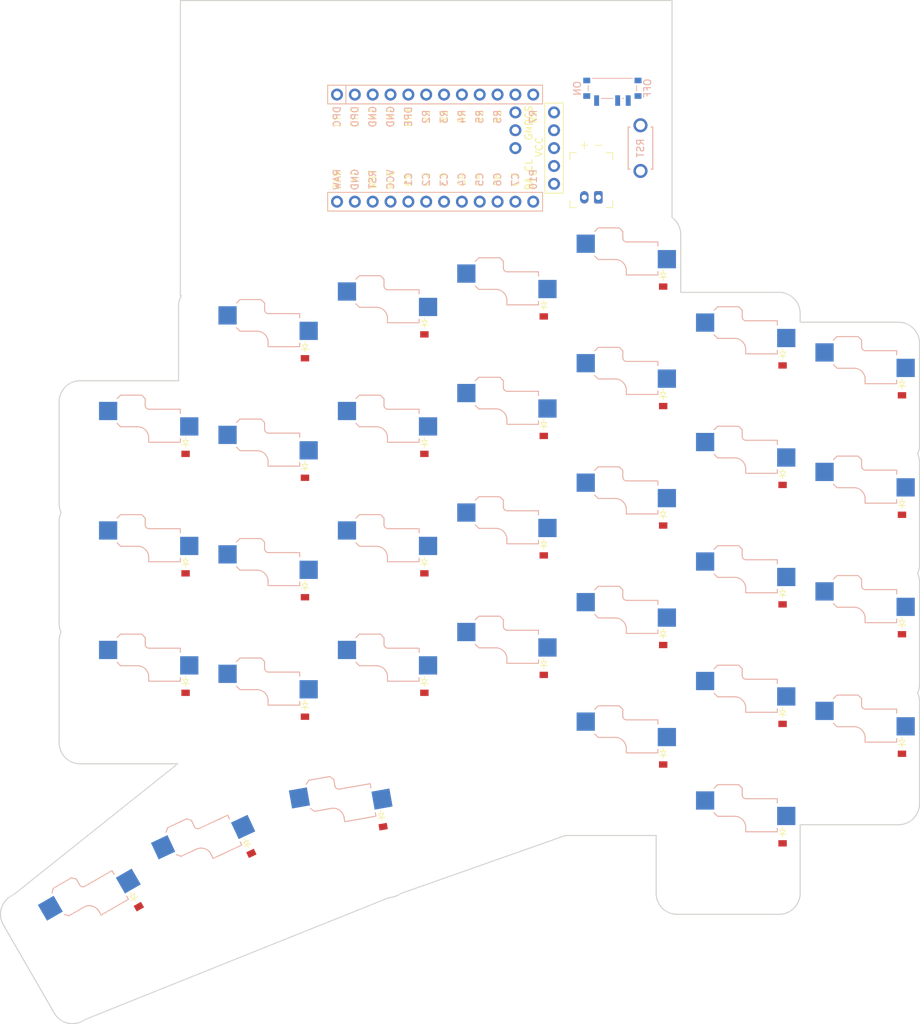
<source format=kicad_pcb>
(kicad_pcb (version 20240108) (generator "ergogen") (generator_version "4.1.0")
  (title_block (title "right_pcb") (date "2025-06-28") (rev "v0.2") (company "Happily-Coding"))
  (layers (0 "F.Cu" signal) (31 "B.Cu" signal) (34 "B.Paste" user) (35 "F.Paste" user) (36 "B.SilkS" user "B.Silkscreen") (37 "F.SilkS" user "F.Silkscreen") (38 "B.Mask" user) (39 "F.Mask" user) (44 "Edge.Cuts" user))
  (net 0 "")
  (net 1 "mirror_col1_row4")
  (net 2 "C1")
  (net 3 "GND")
  (net 4 "D1")
  (net 5 "D2")
  (net 6 "mirror_col1_row3")
  (net 7 "mirror_col1_row2")
  (net 8 "mirror_col1_row1")
  (net 9 "mirror_col2_row5")
  (net 10 "C2")
  (net 11 "mirror_col2_row4")
  (net 12 "mirror_col2_row3")
  (net 13 "mirror_col2_row2")
  (net 14 "mirror_col2_row1")
  (net 15 "mirror_col3_row5")
  (net 16 "C3")
  (net 17 "mirror_col3_row4")
  (net 18 "mirror_col3_row3")
  (net 19 "mirror_col3_row2")
  (net 20 "mirror_col3_row1")
  (net 21 "mirror_col4_row4")
  (net 22 "C4")
  (net 23 "mirror_col4_row3")
  (net 24 "mirror_col4_row2")
  (net 25 "mirror_col4_row1")
  (net 26 "mirror_col5_row4")
  (net 27 "C5")
  (net 28 "mirror_col5_row3")
  (net 29 "mirror_col5_row2")
  (net 30 "mirror_col5_row1")
  (net 31 "mirror_col6_row4")
  (net 32 "C6")
  (net 33 "mirror_col6_row3")
  (net 34 "mirror_col6_row2")
  (net 35 "mirror_col6_row1")
  (net 36 "mirror_col7_row4")
  (net 37 "C7")
  (net 38 "mirror_col7_row3")
  (net 39 "mirror_col7_row2")
  (net 40 "mirror_col1_thumb_row_1")
  (net 41 "col_index")
  (net 42 "mirror_col2_thumb_row_1")
  (net 43 "col_inner")
  (net 44 "mirror_col3_thumb_row_1")
  (net 45 "col_extra_inner")
  (net 46 "R4")
  (net 47 "R3")
  (net 48 "R2")
  (net 49 "R1")
  (net 50 "R5")
  (net 51 "RAW")
  (net 52 "RST")
  (net 53 "VCC")
  (net 54 "P10")
  (net 55 "DPC")
  (net 56 "DPD")
  (net 57 "DPE")
  (net 58 "R6")
  (net 59 "R7")
  (net 60 "P101")
  (net 61 "P102")
  (net 62 "P107")
  (net 63 "MCU1_24")
  (net 64 "MCU1_1")
  (net 65 "MCU1_23")
  (net 66 "MCU1_2")
  (net 67 "MCU1_22")
  (net 68 "MCU1_3")
  (net 69 "MCU1_21")
  (net 70 "MCU1_4")
  (net 71 "MCU1_20")
  (net 72 "MCU1_5")
  (net 73 "MCU1_19")
  (net 74 "MCU1_6")
  (net 75 "MCU1_18")
  (net 76 "MCU1_7")
  (net 77 "MCU1_17")
  (net 78 "MCU1_8")
  (net 79 "MCU1_16")
  (net 80 "MCU1_9")
  (net 81 "MCU1_15")
  (net 82 "MCU1_10")
  (net 83 "MCU1_14")
  (net 84 "MCU1_11")
  (net 85 "MCU1_13")
  (net 86 "MCU1_12")
  (net 87 "DISP1_1")
  (net 88 "DISP1_2")
  (net 89 "DISP1_4")
  (net 90 "DISP1_5")
  (net 91 "BAT_P")
  (net 92 "JST1_1")
  (net 93 "JST1_2")
  (footprint "ceoloide:switch_choc_v1_v2" (layer "B.Cu") (at 305 133 0)
    (property "Reference" "S1" hide)
    (pad "" np_thru_hole circle (at 0 0 0) (size 3.4 3.4) (drill 3.4) (layers "*.Cu" "*.Mask"))
    (pad "" np_thru_hole circle (at 5.5 0 0) (size 1.9 1.9) (drill 1.9) (layers "*.Cu" "*.Mask"))
    (pad "" np_thru_hole circle (at -5.5 0 0) (size 1.9 1.9) (drill 1.9) (layers "*.Cu" "*.Mask"))
    (pad "" np_thru_hole circle (at 0 -5.95 0) (size 3 3) (drill 3) (layers "*.Cu" "*.Mask"))
    (pad "1" smd rect (at -3.275 -5.95 0) (size 2.6 2.6) (layers "B.Cu" "B.Paste" "B.Mask") (net 1 "mirror_col1_row4"))
    (pad "2" smd rect (at 8.275 -3.75 0) (size 2.6 2.6) (layers "B.Cu" "B.Paste" "B.Mask") (net 2 "C1"))
    (pad "" np_thru_hole circle (at 5 -3.75 195) (size 3 3) (drill 3) (layers "*.Cu" "*.Mask"))
  )
  (footprint "ceoloide:switch_choc_v1_v2" (layer "B.Cu") (at 305 116 0)
    (property "Reference" "S2" hide)
    (pad "" np_thru_hole circle (at 0 0 0) (size 3.4 3.4) (drill 3.4) (layers "*.Cu" "*.Mask"))
    (pad "" np_thru_hole circle (at 5.5 0 0) (size 1.9 1.9) (drill 1.9) (layers "*.Cu" "*.Mask"))
    (pad "" np_thru_hole circle (at -5.5 0 0) (size 1.9 1.9) (drill 1.9) (layers "*.Cu" "*.Mask"))
    (pad "" np_thru_hole circle (at 0 -5.95 0) (size 3 3) (drill 3) (layers "*.Cu" "*.Mask"))
    (pad "1" smd rect (at -3.275 -5.95 0) (size 2.6 2.6) (layers "B.Cu" "B.Paste" "B.Mask") (net 6 "mirror_col1_row3"))
    (pad "2" smd rect (at 8.275 -3.75 0) (size 2.6 2.6) (layers "B.Cu" "B.Paste" "B.Mask") (net 2 "C1"))
    (pad "" np_thru_hole circle (at 5 -3.75 195) (size 3 3) (drill 3) (layers "*.Cu" "*.Mask"))
  )
  (footprint "ceoloide:switch_choc_v1_v2" (layer "B.Cu") (at 305 99 0)
    (property "Reference" "S3" hide)
    (pad "" np_thru_hole circle (at 0 0 0) (size 3.4 3.4) (drill 3.4) (layers "*.Cu" "*.Mask"))
    (pad "" np_thru_hole circle (at 5.5 0 0) (size 1.9 1.9) (drill 1.9) (layers "*.Cu" "*.Mask"))
    (pad "" np_thru_hole circle (at -5.5 0 0) (size 1.9 1.9) (drill 1.9) (layers "*.Cu" "*.Mask"))
    (pad "" np_thru_hole circle (at 0 -5.95 0) (size 3 3) (drill 3) (layers "*.Cu" "*.Mask"))
    (pad "1" smd rect (at -3.275 -5.95 0) (size 2.6 2.6) (layers "B.Cu" "B.Paste" "B.Mask") (net 7 "mirror_col1_row2"))
    (pad "2" smd rect (at 8.275 -3.75 0) (size 2.6 2.6) (layers "B.Cu" "B.Paste" "B.Mask") (net 2 "C1"))
    (pad "" np_thru_hole circle (at 5 -3.75 195) (size 3 3) (drill 3) (layers "*.Cu" "*.Mask"))
  )
  (footprint "ceoloide:switch_choc_v1_v2" (layer "B.Cu") (at 305 82 0)
    (property "Reference" "S4" hide)
    (pad "" np_thru_hole circle (at 0 0 0) (size 3.4 3.4) (drill 3.4) (layers "*.Cu" "*.Mask"))
    (pad "" np_thru_hole circle (at 5.5 0 0) (size 1.9 1.9) (drill 1.9) (layers "*.Cu" "*.Mask"))
    (pad "" np_thru_hole circle (at -5.5 0 0) (size 1.9 1.9) (drill 1.9) (layers "*.Cu" "*.Mask"))
    (pad "" np_thru_hole circle (at 0 -5.95 0) (size 3 3) (drill 3) (layers "*.Cu" "*.Mask"))
    (pad "1" smd rect (at -3.275 -5.95 0) (size 2.6 2.6) (layers "B.Cu" "B.Paste" "B.Mask") (net 8 "mirror_col1_row1"))
    (pad "2" smd rect (at 8.275 -3.75 0) (size 2.6 2.6) (layers "B.Cu" "B.Paste" "B.Mask") (net 2 "C1"))
    (pad "" np_thru_hole circle (at 5 -3.75 195) (size 3 3) (drill 3) (layers "*.Cu" "*.Mask"))
  )
  (footprint "ceoloide:switch_choc_v1_v2" (layer "B.Cu") (at 288 145.75 0)
    (property "Reference" "S5" hide)
    (pad "" np_thru_hole circle (at 0 0 0) (size 3.4 3.4) (drill 3.4) (layers "*.Cu" "*.Mask"))
    (pad "" np_thru_hole circle (at 5.5 0 0) (size 1.9 1.9) (drill 1.9) (layers "*.Cu" "*.Mask"))
    (pad "" np_thru_hole circle (at -5.5 0 0) (size 1.9 1.9) (drill 1.9) (layers "*.Cu" "*.Mask"))
    (pad "" np_thru_hole circle (at 0 -5.95 0) (size 3 3) (drill 3) (layers "*.Cu" "*.Mask"))
    (pad "1" smd rect (at -3.275 -5.95 0) (size 2.6 2.6) (layers "B.Cu" "B.Paste" "B.Mask") (net 9 "mirror_col2_row5"))
    (pad "2" smd rect (at 8.275 -3.75 0) (size 2.6 2.6) (layers "B.Cu" "B.Paste" "B.Mask") (net 10 "C2"))
    (pad "" np_thru_hole circle (at 5 -3.75 195) (size 3 3) (drill 3) (layers "*.Cu" "*.Mask"))
  )
  (footprint "ceoloide:switch_choc_v1_v2" (layer "B.Cu") (at 288 128.75 0)
    (property "Reference" "S6" hide)
    (pad "" np_thru_hole circle (at 0 0 0) (size 3.4 3.4) (drill 3.4) (layers "*.Cu" "*.Mask"))
    (pad "" np_thru_hole circle (at 5.5 0 0) (size 1.9 1.9) (drill 1.9) (layers "*.Cu" "*.Mask"))
    (pad "" np_thru_hole circle (at -5.5 0 0) (size 1.9 1.9) (drill 1.9) (layers "*.Cu" "*.Mask"))
    (pad "" np_thru_hole circle (at 0 -5.95 0) (size 3 3) (drill 3) (layers "*.Cu" "*.Mask"))
    (pad "1" smd rect (at -3.275 -5.95 0) (size 2.6 2.6) (layers "B.Cu" "B.Paste" "B.Mask") (net 11 "mirror_col2_row4"))
    (pad "2" smd rect (at 8.275 -3.75 0) (size 2.6 2.6) (layers "B.Cu" "B.Paste" "B.Mask") (net 10 "C2"))
    (pad "" np_thru_hole circle (at 5 -3.75 195) (size 3 3) (drill 3) (layers "*.Cu" "*.Mask"))
  )
  (footprint "ceoloide:switch_choc_v1_v2" (layer "B.Cu") (at 288 111.75 0)
    (property "Reference" "S7" hide)
    (pad "" np_thru_hole circle (at 0 0 0) (size 3.4 3.4) (drill 3.4) (layers "*.Cu" "*.Mask"))
    (pad "" np_thru_hole circle (at 5.5 0 0) (size 1.9 1.9) (drill 1.9) (layers "*.Cu" "*.Mask"))
    (pad "" np_thru_hole circle (at -5.5 0 0) (size 1.9 1.9) (drill 1.9) (layers "*.Cu" "*.Mask"))
    (pad "" np_thru_hole circle (at 0 -5.95 0) (size 3 3) (drill 3) (layers "*.Cu" "*.Mask"))
    (pad "1" smd rect (at -3.275 -5.95 0) (size 2.6 2.6) (layers "B.Cu" "B.Paste" "B.Mask") (net 12 "mirror_col2_row3"))
    (pad "2" smd rect (at 8.275 -3.75 0) (size 2.6 2.6) (layers "B.Cu" "B.Paste" "B.Mask") (net 10 "C2"))
    (pad "" np_thru_hole circle (at 5 -3.75 195) (size 3 3) (drill 3) (layers "*.Cu" "*.Mask"))
  )
  (footprint "ceoloide:switch_choc_v1_v2" (layer "B.Cu") (at 288 94.75 0)
    (property "Reference" "S8" hide)
    (pad "" np_thru_hole circle (at 0 0 0) (size 3.4 3.4) (drill 3.4) (layers "*.Cu" "*.Mask"))
    (pad "" np_thru_hole circle (at 5.5 0 0) (size 1.9 1.9) (drill 1.9) (layers "*.Cu" "*.Mask"))
    (pad "" np_thru_hole circle (at -5.5 0 0) (size 1.9 1.9) (drill 1.9) (layers "*.Cu" "*.Mask"))
    (pad "" np_thru_hole circle (at 0 -5.95 0) (size 3 3) (drill 3) (layers "*.Cu" "*.Mask"))
    (pad "1" smd rect (at -3.275 -5.95 0) (size 2.6 2.6) (layers "B.Cu" "B.Paste" "B.Mask") (net 13 "mirror_col2_row2"))
    (pad "2" smd rect (at 8.275 -3.75 0) (size 2.6 2.6) (layers "B.Cu" "B.Paste" "B.Mask") (net 10 "C2"))
    (pad "" np_thru_hole circle (at 5 -3.75 195) (size 3 3) (drill 3) (layers "*.Cu" "*.Mask"))
  )
  (footprint "ceoloide:switch_choc_v1_v2" (layer "B.Cu") (at 288 77.75 0)
    (property "Reference" "S9" hide)
    (pad "" np_thru_hole circle (at 0 0 0) (size 3.4 3.4) (drill 3.4) (layers "*.Cu" "*.Mask"))
    (pad "" np_thru_hole circle (at 5.5 0 0) (size 1.9 1.9) (drill 1.9) (layers "*.Cu" "*.Mask"))
    (pad "" np_thru_hole circle (at -5.5 0 0) (size 1.9 1.9) (drill 1.9) (layers "*.Cu" "*.Mask"))
    (pad "" np_thru_hole circle (at 0 -5.95 0) (size 3 3) (drill 3) (layers "*.Cu" "*.Mask"))
    (pad "1" smd rect (at -3.275 -5.95 0) (size 2.6 2.6) (layers "B.Cu" "B.Paste" "B.Mask") (net 14 "mirror_col2_row1"))
    (pad "2" smd rect (at 8.275 -3.75 0) (size 2.6 2.6) (layers "B.Cu" "B.Paste" "B.Mask") (net 10 "C2"))
    (pad "" np_thru_hole circle (at 5 -3.75 195) (size 3 3) (drill 3) (layers "*.Cu" "*.Mask"))
  )
  (footprint "ceoloide:switch_choc_v1_v2" (layer "B.Cu") (at 271 134.53 0)
    (property "Reference" "S10" hide)
    (pad "" np_thru_hole circle (at 0 0 0) (size 3.4 3.4) (drill 3.4) (layers "*.Cu" "*.Mask"))
    (pad "" np_thru_hole circle (at 5.5 0 0) (size 1.9 1.9) (drill 1.9) (layers "*.Cu" "*.Mask"))
    (pad "" np_thru_hole circle (at -5.5 0 0) (size 1.9 1.9) (drill 1.9) (layers "*.Cu" "*.Mask"))
    (pad "" np_thru_hole circle (at 0 -5.95 0) (size 3 3) (drill 3) (layers "*.Cu" "*.Mask"))
    (pad "1" smd rect (at -3.275 -5.95 0) (size 2.6 2.6) (layers "B.Cu" "B.Paste" "B.Mask") (net 15 "mirror_col3_row5"))
    (pad "2" smd rect (at 8.275 -3.75 0) (size 2.6 2.6) (layers "B.Cu" "B.Paste" "B.Mask") (net 16 "C3"))
    (pad "" np_thru_hole circle (at 5 -3.75 195) (size 3 3) (drill 3) (layers "*.Cu" "*.Mask"))
  )
  (footprint "ceoloide:switch_choc_v1_v2" (layer "B.Cu") (at 271 117.53 0)
    (property "Reference" "S11" hide)
    (pad "" np_thru_hole circle (at 0 0 0) (size 3.4 3.4) (drill 3.4) (layers "*.Cu" "*.Mask"))
    (pad "" np_thru_hole circle (at 5.5 0 0) (size 1.9 1.9) (drill 1.9) (layers "*.Cu" "*.Mask"))
    (pad "" np_thru_hole circle (at -5.5 0 0) (size 1.9 1.9) (drill 1.9) (layers "*.Cu" "*.Mask"))
    (pad "" np_thru_hole circle (at 0 -5.95 0) (size 3 3) (drill 3) (layers "*.Cu" "*.Mask"))
    (pad "1" smd rect (at -3.275 -5.95 0) (size 2.6 2.6) (layers "B.Cu" "B.Paste" "B.Mask") (net 17 "mirror_col3_row4"))
    (pad "2" smd rect (at 8.275 -3.75 0) (size 2.6 2.6) (layers "B.Cu" "B.Paste" "B.Mask") (net 16 "C3"))
    (pad "" np_thru_hole circle (at 5 -3.75 195) (size 3 3) (drill 3) (layers "*.Cu" "*.Mask"))
  )
  (footprint "ceoloide:switch_choc_v1_v2" (layer "B.Cu") (at 271 100.53 0)
    (property "Reference" "S12" hide)
    (pad "" np_thru_hole circle (at 0 0 0) (size 3.4 3.4) (drill 3.4) (layers "*.Cu" "*.Mask"))
    (pad "" np_thru_hole circle (at 5.5 0 0) (size 1.9 1.9) (drill 1.9) (layers "*.Cu" "*.Mask"))
    (pad "" np_thru_hole circle (at -5.5 0 0) (size 1.9 1.9) (drill 1.9) (layers "*.Cu" "*.Mask"))
    (pad "" np_thru_hole circle (at 0 -5.95 0) (size 3 3) (drill 3) (layers "*.Cu" "*.Mask"))
    (pad "1" smd rect (at -3.275 -5.95 0) (size 2.6 2.6) (layers "B.Cu" "B.Paste" "B.Mask") (net 18 "mirror_col3_row3"))
    (pad "2" smd rect (at 8.275 -3.75 0) (size 2.6 2.6) (layers "B.Cu" "B.Paste" "B.Mask") (net 16 "C3"))
    (pad "" np_thru_hole circle (at 5 -3.75 195) (size 3 3) (drill 3) (layers "*.Cu" "*.Mask"))
  )
  (footprint "ceoloide:switch_choc_v1_v2" (layer "B.Cu") (at 271 83.53 0)
    (property "Reference" "S13" hide)
    (pad "" np_thru_hole circle (at 0 0 0) (size 3.4 3.4) (drill 3.4) (layers "*.Cu" "*.Mask"))
    (pad "" np_thru_hole circle (at 5.5 0 0) (size 1.9 1.9) (drill 1.9) (layers "*.Cu" "*.Mask"))
    (pad "" np_thru_hole circle (at -5.5 0 0) (size 1.9 1.9) (drill 1.9) (layers "*.Cu" "*.Mask"))
    (pad "" np_thru_hole circle (at 0 -5.95 0) (size 3 3) (drill 3) (layers "*.Cu" "*.Mask"))
    (pad "1" smd rect (at -3.275 -5.95 0) (size 2.6 2.6) (layers "B.Cu" "B.Paste" "B.Mask") (net 19 "mirror_col3_row2"))
    (pad "2" smd rect (at 8.275 -3.75 0) (size 2.6 2.6) (layers "B.Cu" "B.Paste" "B.Mask") (net 16 "C3"))
    (pad "" np_thru_hole circle (at 5 -3.75 195) (size 3 3) (drill 3) (layers "*.Cu" "*.Mask"))
  )
  (footprint "ceoloide:switch_choc_v1_v2" (layer "B.Cu") (at 271 66.53 0)
    (property "Reference" "S14" hide)
    (pad "" np_thru_hole circle (at 0 0 0) (size 3.4 3.4) (drill 3.4) (layers "*.Cu" "*.Mask"))
    (pad "" np_thru_hole circle (at 5.5 0 0) (size 1.9 1.9) (drill 1.9) (layers "*.Cu" "*.Mask"))
    (pad "" np_thru_hole circle (at -5.5 0 0) (size 1.9 1.9) (drill 1.9) (layers "*.Cu" "*.Mask"))
    (pad "" np_thru_hole circle (at 0 -5.95 0) (size 3 3) (drill 3) (layers "*.Cu" "*.Mask"))
    (pad "1" smd rect (at -3.275 -5.95 0) (size 2.6 2.6) (layers "B.Cu" "B.Paste" "B.Mask") (net 20 "mirror_col3_row1"))
    (pad "2" smd rect (at 8.275 -3.75 0) (size 2.6 2.6) (layers "B.Cu" "B.Paste" "B.Mask") (net 16 "C3"))
    (pad "" np_thru_hole circle (at 5 -3.75 195) (size 3 3) (drill 3) (layers "*.Cu" "*.Mask"))
  )
  (footprint "ceoloide:switch_choc_v1_v2" (layer "B.Cu") (at 254 121.78 0)
    (property "Reference" "S15" hide)
    (pad "" np_thru_hole circle (at 0 0 0) (size 3.4 3.4) (drill 3.4) (layers "*.Cu" "*.Mask"))
    (pad "" np_thru_hole circle (at 5.5 0 0) (size 1.9 1.9) (drill 1.9) (layers "*.Cu" "*.Mask"))
    (pad "" np_thru_hole circle (at -5.5 0 0) (size 1.9 1.9) (drill 1.9) (layers "*.Cu" "*.Mask"))
    (pad "" np_thru_hole circle (at 0 -5.95 0) (size 3 3) (drill 3) (layers "*.Cu" "*.Mask"))
    (pad "1" smd rect (at -3.275 -5.95 0) (size 2.6 2.6) (layers "B.Cu" "B.Paste" "B.Mask") (net 21 "mirror_col4_row4"))
    (pad "2" smd rect (at 8.275 -3.75 0) (size 2.6 2.6) (layers "B.Cu" "B.Paste" "B.Mask") (net 22 "C4"))
    (pad "" np_thru_hole circle (at 5 -3.75 195) (size 3 3) (drill 3) (layers "*.Cu" "*.Mask"))
  )
  (footprint "ceoloide:switch_choc_v1_v2" (layer "B.Cu") (at 254 104.78 0)
    (property "Reference" "S16" hide)
    (pad "" np_thru_hole circle (at 0 0 0) (size 3.4 3.4) (drill 3.4) (layers "*.Cu" "*.Mask"))
    (pad "" np_thru_hole circle (at 5.5 0 0) (size 1.9 1.9) (drill 1.9) (layers "*.Cu" "*.Mask"))
    (pad "" np_thru_hole circle (at -5.5 0 0) (size 1.9 1.9) (drill 1.9) (layers "*.Cu" "*.Mask"))
    (pad "" np_thru_hole circle (at 0 -5.95 0) (size 3 3) (drill 3) (layers "*.Cu" "*.Mask"))
    (pad "1" smd rect (at -3.275 -5.95 0) (size 2.6 2.6) (layers "B.Cu" "B.Paste" "B.Mask") (net 23 "mirror_col4_row3"))
    (pad "2" smd rect (at 8.275 -3.75 0) (size 2.6 2.6) (layers "B.Cu" "B.Paste" "B.Mask") (net 22 "C4"))
    (pad "" np_thru_hole circle (at 5 -3.75 195) (size 3 3) (drill 3) (layers "*.Cu" "*.Mask"))
  )
  (footprint "ceoloide:switch_choc_v1_v2" (layer "B.Cu") (at 254 87.78 0)
    (property "Reference" "S17" hide)
    (pad "" np_thru_hole circle (at 0 0 0) (size 3.4 3.4) (drill 3.4) (layers "*.Cu" "*.Mask"))
    (pad "" np_thru_hole circle (at 5.5 0 0) (size 1.9 1.9) (drill 1.9) (layers "*.Cu" "*.Mask"))
    (pad "" np_thru_hole circle (at -5.5 0 0) (size 1.9 1.9) (drill 1.9) (layers "*.Cu" "*.Mask"))
    (pad "" np_thru_hole circle (at 0 -5.95 0) (size 3 3) (drill 3) (layers "*.Cu" "*.Mask"))
    (pad "1" smd rect (at -3.275 -5.95 0) (size 2.6 2.6) (layers "B.Cu" "B.Paste" "B.Mask") (net 24 "mirror_col4_row2"))
    (pad "2" smd rect (at 8.275 -3.75 0) (size 2.6 2.6) (layers "B.Cu" "B.Paste" "B.Mask") (net 22 "C4"))
    (pad "" np_thru_hole circle (at 5 -3.75 195) (size 3 3) (drill 3) (layers "*.Cu" "*.Mask"))
  )
  (footprint "ceoloide:switch_choc_v1_v2" (layer "B.Cu") (at 254 70.78 0)
    (property "Reference" "S18" hide)
    (pad "" np_thru_hole circle (at 0 0 0) (size 3.4 3.4) (drill 3.4) (layers "*.Cu" "*.Mask"))
    (pad "" np_thru_hole circle (at 5.5 0 0) (size 1.9 1.9) (drill 1.9) (layers "*.Cu" "*.Mask"))
    (pad "" np_thru_hole circle (at -5.5 0 0) (size 1.9 1.9) (drill 1.9) (layers "*.Cu" "*.Mask"))
    (pad "" np_thru_hole circle (at 0 -5.95 0) (size 3 3) (drill 3) (layers "*.Cu" "*.Mask"))
    (pad "1" smd rect (at -3.275 -5.95 0) (size 2.6 2.6) (layers "B.Cu" "B.Paste" "B.Mask") (net 25 "mirror_col4_row1"))
    (pad "2" smd rect (at 8.275 -3.75 0) (size 2.6 2.6) (layers "B.Cu" "B.Paste" "B.Mask") (net 22 "C4"))
    (pad "" np_thru_hole circle (at 5 -3.75 195) (size 3 3) (drill 3) (layers "*.Cu" "*.Mask"))
  )
  (footprint "ceoloide:switch_choc_v1_v2" (layer "B.Cu") (at 237 124.33000000000001 0)
    (property "Reference" "S19" hide)
    (pad "" np_thru_hole circle (at 0 0 0) (size 3.4 3.4) (drill 3.4) (layers "*.Cu" "*.Mask"))
    (pad "" np_thru_hole circle (at 5.5 0 0) (size 1.9 1.9) (drill 1.9) (layers "*.Cu" "*.Mask"))
    (pad "" np_thru_hole circle (at -5.5 0 0) (size 1.9 1.9) (drill 1.9) (layers "*.Cu" "*.Mask"))
    (pad "" np_thru_hole circle (at 0 -5.95 0) (size 3 3) (drill 3) (layers "*.Cu" "*.Mask"))
    (pad "1" smd rect (at -3.275 -5.95 0) (size 2.6 2.6) (layers "B.Cu" "B.Paste" "B.Mask") (net 26 "mirror_col5_row4"))
    (pad "2" smd rect (at 8.275 -3.75 0) (size 2.6 2.6) (layers "B.Cu" "B.Paste" "B.Mask") (net 27 "C5"))
    (pad "" np_thru_hole circle (at 5 -3.75 195) (size 3 3) (drill 3) (layers "*.Cu" "*.Mask"))
  )
  (footprint "ceoloide:switch_choc_v1_v2" (layer "B.Cu") (at 237 107.33000000000001 0)
    (property "Reference" "S20" hide)
    (pad "" np_thru_hole circle (at 0 0 0) (size 3.4 3.4) (drill 3.4) (layers "*.Cu" "*.Mask"))
    (pad "" np_thru_hole circle (at 5.5 0 0) (size 1.9 1.9) (drill 1.9) (layers "*.Cu" "*.Mask"))
    (pad "" np_thru_hole circle (at -5.5 0 0) (size 1.9 1.9) (drill 1.9) (layers "*.Cu" "*.Mask"))
    (pad "" np_thru_hole circle (at 0 -5.95 0) (size 3 3) (drill 3) (layers "*.Cu" "*.Mask"))
    (pad "1" smd rect (at -3.275 -5.95 0) (size 2.6 2.6) (layers "B.Cu" "B.Paste" "B.Mask") (net 28 "mirror_col5_row3"))
    (pad "2" smd rect (at 8.275 -3.75 0) (size 2.6 2.6) (layers "B.Cu" "B.Paste" "B.Mask") (net 27 "C5"))
    (pad "" np_thru_hole circle (at 5 -3.75 195) (size 3 3) (drill 3) (layers "*.Cu" "*.Mask"))
  )
  (footprint "ceoloide:switch_choc_v1_v2" (layer "B.Cu") (at 237 90.33000000000001 0)
    (property "Reference" "S21" hide)
    (pad "" np_thru_hole circle (at 0 0 0) (size 3.4 3.4) (drill 3.4) (layers "*.Cu" "*.Mask"))
    (pad "" np_thru_hole circle (at 5.5 0 0) (size 1.9 1.9) (drill 1.9) (layers "*.Cu" "*.Mask"))
    (pad "" np_thru_hole circle (at -5.5 0 0) (size 1.9 1.9) (drill 1.9) (layers "*.Cu" "*.Mask"))
    (pad "" np_thru_hole circle (at 0 -5.95 0) (size 3 3) (drill 3) (layers "*.Cu" "*.Mask"))
    (pad "1" smd rect (at -3.275 -5.95 0) (size 2.6 2.6) (layers "B.Cu" "B.Paste" "B.Mask") (net 29 "mirror_col5_row2"))
    (pad "2" smd rect (at 8.275 -3.75 0) (size 2.6 2.6) (layers "B.Cu" "B.Paste" "B.Mask") (net 27 "C5"))
    (pad "" np_thru_hole circle (at 5 -3.75 195) (size 3 3) (drill 3) (layers "*.Cu" "*.Mask"))
  )
  (footprint "ceoloide:switch_choc_v1_v2" (layer "B.Cu") (at 237 73.33000000000001 0)
    (property "Reference" "S22" hide)
    (pad "" np_thru_hole circle (at 0 0 0) (size 3.4 3.4) (drill 3.4) (layers "*.Cu" "*.Mask"))
    (pad "" np_thru_hole circle (at 5.5 0 0) (size 1.9 1.9) (drill 1.9) (layers "*.Cu" "*.Mask"))
    (pad "" np_thru_hole circle (at -5.5 0 0) (size 1.9 1.9) (drill 1.9) (layers "*.Cu" "*.Mask"))
    (pad "" np_thru_hole circle (at 0 -5.95 0) (size 3 3) (drill 3) (layers "*.Cu" "*.Mask"))
    (pad "1" smd rect (at -3.275 -5.95 0) (size 2.6 2.6) (layers "B.Cu" "B.Paste" "B.Mask") (net 30 "mirror_col5_row1"))
    (pad "2" smd rect (at 8.275 -3.75 0) (size 2.6 2.6) (layers "B.Cu" "B.Paste" "B.Mask") (net 27 "C5"))
    (pad "" np_thru_hole circle (at 5 -3.75 195) (size 3 3) (drill 3) (layers "*.Cu" "*.Mask"))
  )
  (footprint "ceoloide:switch_choc_v1_v2" (layer "B.Cu") (at 220 127.72999999999999 0)
    (property "Reference" "S23" hide)
    (pad "" np_thru_hole circle (at 0 0 0) (size 3.4 3.4) (drill 3.4) (layers "*.Cu" "*.Mask"))
    (pad "" np_thru_hole circle (at 5.5 0 0) (size 1.9 1.9) (drill 1.9) (layers "*.Cu" "*.Mask"))
    (pad "" np_thru_hole circle (at -5.5 0 0) (size 1.9 1.9) (drill 1.9) (layers "*.Cu" "*.Mask"))
    (pad "" np_thru_hole circle (at 0 -5.95 0) (size 3 3) (drill 3) (layers "*.Cu" "*.Mask"))
    (pad "1" smd rect (at -3.275 -5.95 0) (size 2.6 2.6) (layers "B.Cu" "B.Paste" "B.Mask") (net 31 "mirror_col6_row4"))
    (pad "2" smd rect (at 8.275 -3.75 0) (size 2.6 2.6) (layers "B.Cu" "B.Paste" "B.Mask") (net 32 "C6"))
    (pad "" np_thru_hole circle (at 5 -3.75 195) (size 3 3) (drill 3) (layers "*.Cu" "*.Mask"))
  )
  (footprint "ceoloide:switch_choc_v1_v2" (layer "B.Cu") (at 220 110.72999999999999 0)
    (property "Reference" "S24" hide)
    (pad "" np_thru_hole circle (at 0 0 0) (size 3.4 3.4) (drill 3.4) (layers "*.Cu" "*.Mask"))
    (pad "" np_thru_hole circle (at 5.5 0 0) (size 1.9 1.9) (drill 1.9) (layers "*.Cu" "*.Mask"))
    (pad "" np_thru_hole circle (at -5.5 0 0) (size 1.9 1.9) (drill 1.9) (layers "*.Cu" "*.Mask"))
    (pad "" np_thru_hole circle (at 0 -5.95 0) (size 3 3) (drill 3) (layers "*.Cu" "*.Mask"))
    (pad "1" smd rect (at -3.275 -5.95 0) (size 2.6 2.6) (layers "B.Cu" "B.Paste" "B.Mask") (net 33 "mirror_col6_row3"))
    (pad "2" smd rect (at 8.275 -3.75 0) (size 2.6 2.6) (layers "B.Cu" "B.Paste" "B.Mask") (net 32 "C6"))
    (pad "" np_thru_hole circle (at 5 -3.75 195) (size 3 3) (drill 3) (layers "*.Cu" "*.Mask"))
  )
  (footprint "ceoloide:switch_choc_v1_v2" (layer "B.Cu") (at 220 93.72999999999999 0)
    (property "Reference" "S25" hide)
    (pad "" np_thru_hole circle (at 0 0 0) (size 3.4 3.4) (drill 3.4) (layers "*.Cu" "*.Mask"))
    (pad "" np_thru_hole circle (at 5.5 0 0) (size 1.9 1.9) (drill 1.9) (layers "*.Cu" "*.Mask"))
    (pad "" np_thru_hole circle (at -5.5 0 0) (size 1.9 1.9) (drill 1.9) (layers "*.Cu" "*.Mask"))
    (pad "" np_thru_hole circle (at 0 -5.95 0) (size 3 3) (drill 3) (layers "*.Cu" "*.Mask"))
    (pad "1" smd rect (at -3.275 -5.95 0) (size 2.6 2.6) (layers "B.Cu" "B.Paste" "B.Mask") (net 34 "mirror_col6_row2"))
    (pad "2" smd rect (at 8.275 -3.75 0) (size 2.6 2.6) (layers "B.Cu" "B.Paste" "B.Mask") (net 32 "C6"))
    (pad "" np_thru_hole circle (at 5 -3.75 195) (size 3 3) (drill 3) (layers "*.Cu" "*.Mask"))
  )
  (footprint "ceoloide:switch_choc_v1_v2" (layer "B.Cu") (at 220 76.72999999999999 0)
    (property "Reference" "S26" hide)
    (pad "" np_thru_hole circle (at 0 0 0) (size 3.4 3.4) (drill 3.4) (layers "*.Cu" "*.Mask"))
    (pad "" np_thru_hole circle (at 5.5 0 0) (size 1.9 1.9) (drill 1.9) (layers "*.Cu" "*.Mask"))
    (pad "" np_thru_hole circle (at -5.5 0 0) (size 1.9 1.9) (drill 1.9) (layers "*.Cu" "*.Mask"))
    (pad "" np_thru_hole circle (at 0 -5.95 0) (size 3 3) (drill 3) (layers "*.Cu" "*.Mask"))
    (pad "1" smd rect (at -3.275 -5.95 0) (size 2.6 2.6) (layers "B.Cu" "B.Paste" "B.Mask") (net 35 "mirror_col6_row1"))
    (pad "2" smd rect (at 8.275 -3.75 0) (size 2.6 2.6) (layers "B.Cu" "B.Paste" "B.Mask") (net 32 "C6"))
    (pad "" np_thru_hole circle (at 5 -3.75 195) (size 3 3) (drill 3) (layers "*.Cu" "*.Mask"))
  )
  (footprint "ceoloide:switch_choc_v1_v2" (layer "B.Cu") (at 203 124.33000000000001 0)
    (property "Reference" "S27" hide)
    (pad "" np_thru_hole circle (at 0 0 0) (size 3.4 3.4) (drill 3.4) (layers "*.Cu" "*.Mask"))
    (pad "" np_thru_hole circle (at 5.5 0 0) (size 1.9 1.9) (drill 1.9) (layers "*.Cu" "*.Mask"))
    (pad "" np_thru_hole circle (at -5.5 0 0) (size 1.9 1.9) (drill 1.9) (layers "*.Cu" "*.Mask"))
    (pad "" np_thru_hole circle (at 0 -5.95 0) (size 3 3) (drill 3) (layers "*.Cu" "*.Mask"))
    (pad "1" smd rect (at -3.275 -5.95 0) (size 2.6 2.6) (layers "B.Cu" "B.Paste" "B.Mask") (net 36 "mirror_col7_row4"))
    (pad "2" smd rect (at 8.275 -3.75 0) (size 2.6 2.6) (layers "B.Cu" "B.Paste" "B.Mask") (net 37 "C7"))
    (pad "" np_thru_hole circle (at 5 -3.75 195) (size 3 3) (drill 3) (layers "*.Cu" "*.Mask"))
  )
  (footprint "ceoloide:switch_choc_v1_v2" (layer "B.Cu") (at 203 107.33000000000001 0)
    (property "Reference" "S28" hide)
    (pad "" np_thru_hole circle (at 0 0 0) (size 3.4 3.4) (drill 3.4) (layers "*.Cu" "*.Mask"))
    (pad "" np_thru_hole circle (at 5.5 0 0) (size 1.9 1.9) (drill 1.9) (layers "*.Cu" "*.Mask"))
    (pad "" np_thru_hole circle (at -5.5 0 0) (size 1.9 1.9) (drill 1.9) (layers "*.Cu" "*.Mask"))
    (pad "" np_thru_hole circle (at 0 -5.95 0) (size 3 3) (drill 3) (layers "*.Cu" "*.Mask"))
    (pad "1" smd rect (at -3.275 -5.95 0) (size 2.6 2.6) (layers "B.Cu" "B.Paste" "B.Mask") (net 38 "mirror_col7_row3"))
    (pad "2" smd rect (at 8.275 -3.75 0) (size 2.6 2.6) (layers "B.Cu" "B.Paste" "B.Mask") (net 37 "C7"))
    (pad "" np_thru_hole circle (at 5 -3.75 195) (size 3 3) (drill 3) (layers "*.Cu" "*.Mask"))
  )
  (footprint "ceoloide:switch_choc_v1_v2" (layer "B.Cu") (at 203 90.33000000000001 0)
    (property "Reference" "S29" hide)
    (pad "" np_thru_hole circle (at 0 0 0) (size 3.4 3.4) (drill 3.4) (layers "*.Cu" "*.Mask"))
    (pad "" np_thru_hole circle (at 5.5 0 0) (size 1.9 1.9) (drill 1.9) (layers "*.Cu" "*.Mask"))
    (pad "" np_thru_hole circle (at -5.5 0 0) (size 1.9 1.9) (drill 1.9) (layers "*.Cu" "*.Mask"))
    (pad "" np_thru_hole circle (at 0 -5.95 0) (size 3 3) (drill 3) (layers "*.Cu" "*.Mask"))
    (pad "1" smd rect (at -3.275 -5.95 0) (size 2.6 2.6) (layers "B.Cu" "B.Paste" "B.Mask") (net 39 "mirror_col7_row2"))
    (pad "2" smd rect (at 8.275 -3.75 0) (size 2.6 2.6) (layers "B.Cu" "B.Paste" "B.Mask") (net 37 "C7"))
    (pad "" np_thru_hole circle (at 5 -3.75 195) (size 3 3) (drill 3) (layers "*.Cu" "*.Mask"))
  )
  (footprint "ceoloide:switch_choc_v1_v2" (layer "B.Cu") (at 231.22 144.73 10)
    (property "Reference" "S30" hide)
    (pad "" np_thru_hole circle (at 0 0 10) (size 3.4 3.4) (drill 3.4) (layers "*.Cu" "*.Mask"))
    (pad "" np_thru_hole circle (at 5.5 0 10) (size 1.9 1.9) (drill 1.9) (layers "*.Cu" "*.Mask"))
    (pad "" np_thru_hole circle (at -5.5 0 10) (size 1.9 1.9) (drill 1.9) (layers "*.Cu" "*.Mask"))
    (pad "" np_thru_hole circle (at 0 -5.95 10) (size 3 3) (drill 3) (layers "*.Cu" "*.Mask"))
    (pad "1" smd rect (at -3.275 -5.95 10) (size 2.6 2.6) (layers "B.Cu" "B.Paste" "B.Mask") (net 40 "mirror_col1_thumb_row_1"))
    (pad "2" smd rect (at 8.275 -3.75 10) (size 2.6 2.6) (layers "B.Cu" "B.Paste" "B.Mask") (net 41 "col_index"))
    (pad "" np_thru_hole circle (at 5 -3.75 205) (size 3 3) (drill 3) (layers "*.Cu" "*.Mask"))
  )
  (footprint "ceoloide:switch_choc_v1_v2" (layer "B.Cu") (at 213.0292722 150.4655144 25)
    (property "Reference" "S31" hide)
    (pad "" np_thru_hole circle (at 0 0 25) (size 3.4 3.4) (drill 3.4) (layers "*.Cu" "*.Mask"))
    (pad "" np_thru_hole circle (at 5.5 0 25) (size 1.9 1.9) (drill 1.9) (layers "*.Cu" "*.Mask"))
    (pad "" np_thru_hole circle (at -5.5 0 25) (size 1.9 1.9) (drill 1.9) (layers "*.Cu" "*.Mask"))
    (pad "" np_thru_hole circle (at 0 -5.95 25) (size 3 3) (drill 3) (layers "*.Cu" "*.Mask"))
    (pad "1" smd rect (at -3.275 -5.95 25) (size 2.6 2.6) (layers "B.Cu" "B.Paste" "B.Mask") (net 42 "mirror_col2_thumb_row_1"))
    (pad "2" smd rect (at 8.275 -3.75 25) (size 2.6 2.6) (layers "B.Cu" "B.Paste" "B.Mask") (net 43 "col_inner"))
    (pad "" np_thru_hole circle (at 5 -3.75 220) (size 3 3) (drill 3) (layers "*.Cu" "*.Mask"))
  )
  (footprint "ceoloide:switch_choc_v1_v2" (layer "B.Cu") (at 197.3066953 158.65016989999998 30)
    (property "Reference" "S32" hide)
    (pad "" np_thru_hole circle (at 0 0 30) (size 3.4 3.4) (drill 3.4) (layers "*.Cu" "*.Mask"))
    (pad "" np_thru_hole circle (at 5.5 0 30) (size 1.9 1.9) (drill 1.9) (layers "*.Cu" "*.Mask"))
    (pad "" np_thru_hole circle (at -5.5 0 30) (size 1.9 1.9) (drill 1.9) (layers "*.Cu" "*.Mask"))
    (pad "" np_thru_hole circle (at 0 -5.95 30) (size 3 3) (drill 3) (layers "*.Cu" "*.Mask"))
    (pad "1" smd rect (at -3.275 -5.95 30) (size 2.6 2.6) (layers "B.Cu" "B.Paste" "B.Mask") (net 44 "mirror_col3_thumb_row_1"))
    (pad "2" smd rect (at 8.275 -3.75 30) (size 2.6 2.6) (layers "B.Cu" "B.Paste" "B.Mask") (net 45 "col_extra_inner"))
    (pad "" np_thru_hole circle (at 5 -3.75 225) (size 3 3) (drill 3) (layers "*.Cu" "*.Mask"))
  )
  (footprint "ceoloide:diode_tht_sod123" (layer "F.Cu") (at 312.75 131.5 90)
    (property "Reference" "D1" hide)
    (pad "1" smd rect (at -1.65 0 90) (size 0.9 1.2) (layers "F.Cu" "F.Paste" "F.Mask") (net 46 "R4"))
    (pad "2" smd rect (at 1.65 0 90) (size 0.9 1.2) (layers "F.Cu" "F.Paste" "F.Mask") (net 1 "mirror_col1_row4"))
  )
  (footprint "ceoloide:diode_tht_sod123" (layer "F.Cu") (at 312.75 114.5 90)
    (property "Reference" "D2" hide)
    (pad "1" smd rect (at -1.65 0 90) (size 0.9 1.2) (layers "F.Cu" "F.Paste" "F.Mask") (net 47 "R3"))
    (pad "2" smd rect (at 1.65 0 90) (size 0.9 1.2) (layers "F.Cu" "F.Paste" "F.Mask") (net 6 "mirror_col1_row3"))
  )
  (footprint "ceoloide:diode_tht_sod123" (layer "F.Cu") (at 312.75 97.5 90)
    (property "Reference" "D3" hide)
    (pad "1" smd rect (at -1.65 0 90) (size 0.9 1.2) (layers "F.Cu" "F.Paste" "F.Mask") (net 48 "R2"))
    (pad "2" smd rect (at 1.65 0 90) (size 0.9 1.2) (layers "F.Cu" "F.Paste" "F.Mask") (net 7 "mirror_col1_row2"))
  )
  (footprint "ceoloide:diode_tht_sod123" (layer "F.Cu") (at 312.75 80.5 90)
    (property "Reference" "D4" hide)
    (pad "1" smd rect (at -1.65 0 90) (size 0.9 1.2) (layers "F.Cu" "F.Paste" "F.Mask") (net 49 "R1"))
    (pad "2" smd rect (at 1.65 0 90) (size 0.9 1.2) (layers "F.Cu" "F.Paste" "F.Mask") (net 8 "mirror_col1_row1"))
  )
  (footprint "ceoloide:diode_tht_sod123" (layer "F.Cu") (at 295.75 144.25 90)
    (property "Reference" "D5" hide)
    (pad "1" smd rect (at -1.65 0 90) (size 0.9 1.2) (layers "F.Cu" "F.Paste" "F.Mask") (net 50 "R5"))
    (pad "2" smd rect (at 1.65 0 90) (size 0.9 1.2) (layers "F.Cu" "F.Paste" "F.Mask") (net 9 "mirror_col2_row5"))
  )
  (footprint "ceoloide:diode_tht_sod123" (layer "F.Cu") (at 295.75 127.25 90)
    (property "Reference" "D6" hide)
    (pad "1" smd rect (at -1.65 0 90) (size 0.9 1.2) (layers "F.Cu" "F.Paste" "F.Mask") (net 46 "R4"))
    (pad "2" smd rect (at 1.65 0 90) (size 0.9 1.2) (layers "F.Cu" "F.Paste" "F.Mask") (net 11 "mirror_col2_row4"))
  )
  (footprint "ceoloide:diode_tht_sod123" (layer "F.Cu") (at 295.75 110.25 90)
    (property "Reference" "D7" hide)
    (pad "1" smd rect (at -1.65 0 90) (size 0.9 1.2) (layers "F.Cu" "F.Paste" "F.Mask") (net 47 "R3"))
    (pad "2" smd rect (at 1.65 0 90) (size 0.9 1.2) (layers "F.Cu" "F.Paste" "F.Mask") (net 12 "mirror_col2_row3"))
  )
  (footprint "ceoloide:diode_tht_sod123" (layer "F.Cu") (at 295.75 93.25 90)
    (property "Reference" "D8" hide)
    (pad "1" smd rect (at -1.65 0 90) (size 0.9 1.2) (layers "F.Cu" "F.Paste" "F.Mask") (net 48 "R2"))
    (pad "2" smd rect (at 1.65 0 90) (size 0.9 1.2) (layers "F.Cu" "F.Paste" "F.Mask") (net 13 "mirror_col2_row2"))
  )
  (footprint "ceoloide:diode_tht_sod123" (layer "F.Cu") (at 295.75 76.25 90)
    (property "Reference" "D9" hide)
    (pad "1" smd rect (at -1.65 0 90) (size 0.9 1.2) (layers "F.Cu" "F.Paste" "F.Mask") (net 49 "R1"))
    (pad "2" smd rect (at 1.65 0 90) (size 0.9 1.2) (layers "F.Cu" "F.Paste" "F.Mask") (net 14 "mirror_col2_row1"))
  )
  (footprint "ceoloide:diode_tht_sod123" (layer "F.Cu") (at 278.75 133.03 90)
    (property "Reference" "D10" hide)
    (pad "1" smd rect (at -1.65 0 90) (size 0.9 1.2) (layers "F.Cu" "F.Paste" "F.Mask") (net 50 "R5"))
    (pad "2" smd rect (at 1.65 0 90) (size 0.9 1.2) (layers "F.Cu" "F.Paste" "F.Mask") (net 15 "mirror_col3_row5"))
  )
  (footprint "ceoloide:diode_tht_sod123" (layer "F.Cu") (at 278.75 116.03 90)
    (property "Reference" "D11" hide)
    (pad "1" smd rect (at -1.65 0 90) (size 0.9 1.2) (layers "F.Cu" "F.Paste" "F.Mask") (net 46 "R4"))
    (pad "2" smd rect (at 1.65 0 90) (size 0.9 1.2) (layers "F.Cu" "F.Paste" "F.Mask") (net 17 "mirror_col3_row4"))
  )
  (footprint "ceoloide:diode_tht_sod123" (layer "F.Cu") (at 278.75 99.03 90)
    (property "Reference" "D12" hide)
    (pad "1" smd rect (at -1.65 0 90) (size 0.9 1.2) (layers "F.Cu" "F.Paste" "F.Mask") (net 47 "R3"))
    (pad "2" smd rect (at 1.65 0 90) (size 0.9 1.2) (layers "F.Cu" "F.Paste" "F.Mask") (net 18 "mirror_col3_row3"))
  )
  (footprint "ceoloide:diode_tht_sod123" (layer "F.Cu") (at 278.75 82.03 90)
    (property "Reference" "D13" hide)
    (pad "1" smd rect (at -1.65 0 90) (size 0.9 1.2) (layers "F.Cu" "F.Paste" "F.Mask") (net 48 "R2"))
    (pad "2" smd rect (at 1.65 0 90) (size 0.9 1.2) (layers "F.Cu" "F.Paste" "F.Mask") (net 19 "mirror_col3_row2"))
  )
  (footprint "ceoloide:diode_tht_sod123" (layer "F.Cu") (at 278.75 65.03 90)
    (property "Reference" "D14" hide)
    (pad "1" smd rect (at -1.65 0 90) (size 0.9 1.2) (layers "F.Cu" "F.Paste" "F.Mask") (net 49 "R1"))
    (pad "2" smd rect (at 1.65 0 90) (size 0.9 1.2) (layers "F.Cu" "F.Paste" "F.Mask") (net 20 "mirror_col3_row1"))
  )
  (footprint "ceoloide:diode_tht_sod123" (layer "F.Cu") (at 261.75 120.28 90)
    (property "Reference" "D15" hide)
    (pad "1" smd rect (at -1.65 0 90) (size 0.9 1.2) (layers "F.Cu" "F.Paste" "F.Mask") (net 46 "R4"))
    (pad "2" smd rect (at 1.65 0 90) (size 0.9 1.2) (layers "F.Cu" "F.Paste" "F.Mask") (net 21 "mirror_col4_row4"))
  )
  (footprint "ceoloide:diode_tht_sod123" (layer "F.Cu") (at 261.75 103.28 90)
    (property "Reference" "D16" hide)
    (pad "1" smd rect (at -1.65 0 90) (size 0.9 1.2) (layers "F.Cu" "F.Paste" "F.Mask") (net 47 "R3"))
    (pad "2" smd rect (at 1.65 0 90) (size 0.9 1.2) (layers "F.Cu" "F.Paste" "F.Mask") (net 23 "mirror_col4_row3"))
  )
  (footprint "ceoloide:diode_tht_sod123" (layer "F.Cu") (at 261.75 86.28 90)
    (property "Reference" "D17" hide)
    (pad "1" smd rect (at -1.65 0 90) (size 0.9 1.2) (layers "F.Cu" "F.Paste" "F.Mask") (net 48 "R2"))
    (pad "2" smd rect (at 1.65 0 90) (size 0.9 1.2) (layers "F.Cu" "F.Paste" "F.Mask") (net 24 "mirror_col4_row2"))
  )
  (footprint "ceoloide:diode_tht_sod123" (layer "F.Cu") (at 261.75 69.28 90)
    (property "Reference" "D18" hide)
    (pad "1" smd rect (at -1.65 0 90) (size 0.9 1.2) (layers "F.Cu" "F.Paste" "F.Mask") (net 49 "R1"))
    (pad "2" smd rect (at 1.65 0 90) (size 0.9 1.2) (layers "F.Cu" "F.Paste" "F.Mask") (net 25 "mirror_col4_row1"))
  )
  (footprint "ceoloide:diode_tht_sod123" (layer "F.Cu") (at 244.75 122.83000000000001 90)
    (property "Reference" "D19" hide)
    (pad "1" smd rect (at -1.65 0 90) (size 0.9 1.2) (layers "F.Cu" "F.Paste" "F.Mask") (net 46 "R4"))
    (pad "2" smd rect (at 1.65 0 90) (size 0.9 1.2) (layers "F.Cu" "F.Paste" "F.Mask") (net 26 "mirror_col5_row4"))
  )
  (footprint "ceoloide:diode_tht_sod123" (layer "F.Cu") (at 244.75 105.83000000000001 90)
    (property "Reference" "D20" hide)
    (pad "1" smd rect (at -1.65 0 90) (size 0.9 1.2) (layers "F.Cu" "F.Paste" "F.Mask") (net 47 "R3"))
    (pad "2" smd rect (at 1.65 0 90) (size 0.9 1.2) (layers "F.Cu" "F.Paste" "F.Mask") (net 28 "mirror_col5_row3"))
  )
  (footprint "ceoloide:diode_tht_sod123" (layer "F.Cu") (at 244.75 88.83000000000001 90)
    (property "Reference" "D21" hide)
    (pad "1" smd rect (at -1.65 0 90) (size 0.9 1.2) (layers "F.Cu" "F.Paste" "F.Mask") (net 48 "R2"))
    (pad "2" smd rect (at 1.65 0 90) (size 0.9 1.2) (layers "F.Cu" "F.Paste" "F.Mask") (net 29 "mirror_col5_row2"))
  )
  (footprint "ceoloide:diode_tht_sod123" (layer "F.Cu") (at 244.75 71.83000000000001 90)
    (property "Reference" "D22" hide)
    (pad "1" smd rect (at -1.65 0 90) (size 0.9 1.2) (layers "F.Cu" "F.Paste" "F.Mask") (net 49 "R1"))
    (pad "2" smd rect (at 1.65 0 90) (size 0.9 1.2) (layers "F.Cu" "F.Paste" "F.Mask") (net 30 "mirror_col5_row1"))
  )
  (footprint "ceoloide:diode_tht_sod123" (layer "F.Cu") (at 227.75 126.22999999999999 90)
    (property "Reference" "D23" hide)
    (pad "1" smd rect (at -1.65 0 90) (size 0.9 1.2) (layers "F.Cu" "F.Paste" "F.Mask") (net 46 "R4"))
    (pad "2" smd rect (at 1.65 0 90) (size 0.9 1.2) (layers "F.Cu" "F.Paste" "F.Mask") (net 31 "mirror_col6_row4"))
  )
  (footprint "ceoloide:diode_tht_sod123" (layer "F.Cu") (at 227.75 109.22999999999999 90)
    (property "Reference" "D24" hide)
    (pad "1" smd rect (at -1.65 0 90) (size 0.9 1.2) (layers "F.Cu" "F.Paste" "F.Mask") (net 47 "R3"))
    (pad "2" smd rect (at 1.65 0 90) (size 0.9 1.2) (layers "F.Cu" "F.Paste" "F.Mask") (net 33 "mirror_col6_row3"))
  )
  (footprint "ceoloide:diode_tht_sod123" (layer "F.Cu") (at 227.75 92.22999999999999 90)
    (property "Reference" "D25" hide)
    (pad "1" smd rect (at -1.65 0 90) (size 0.9 1.2) (layers "F.Cu" "F.Paste" "F.Mask") (net 48 "R2"))
    (pad "2" smd rect (at 1.65 0 90) (size 0.9 1.2) (layers "F.Cu" "F.Paste" "F.Mask") (net 34 "mirror_col6_row2"))
  )
  (footprint "ceoloide:diode_tht_sod123" (layer "F.Cu") (at 227.75 75.22999999999999 90)
    (property "Reference" "D26" hide)
    (pad "1" smd rect (at -1.65 0 90) (size 0.9 1.2) (layers "F.Cu" "F.Paste" "F.Mask") (net 49 "R1"))
    (pad "2" smd rect (at 1.65 0 90) (size 0.9 1.2) (layers "F.Cu" "F.Paste" "F.Mask") (net 35 "mirror_col6_row1"))
  )
  (footprint "ceoloide:diode_tht_sod123" (layer "F.Cu") (at 210.75 122.83000000000001 90)
    (property "Reference" "D27" hide)
    (pad "1" smd rect (at -1.65 0 90) (size 0.9 1.2) (layers "F.Cu" "F.Paste" "F.Mask") (net 46 "R4"))
    (pad "2" smd rect (at 1.65 0 90) (size 0.9 1.2) (layers "F.Cu" "F.Paste" "F.Mask") (net 36 "mirror_col7_row4"))
  )
  (footprint "ceoloide:diode_tht_sod123" (layer "F.Cu") (at 210.75 105.83000000000001 90)
    (property "Reference" "D28" hide)
    (pad "1" smd rect (at -1.65 0 90) (size 0.9 1.2) (layers "F.Cu" "F.Paste" "F.Mask") (net 47 "R3"))
    (pad "2" smd rect (at 1.65 0 90) (size 0.9 1.2) (layers "F.Cu" "F.Paste" "F.Mask") (net 38 "mirror_col7_row3"))
  )
  (footprint "ceoloide:diode_tht_sod123" (layer "F.Cu") (at 210.75 88.83000000000001 90)
    (property "Reference" "D29" hide)
    (pad "1" smd rect (at -1.65 0 90) (size 0.9 1.2) (layers "F.Cu" "F.Paste" "F.Mask") (net 48 "R2"))
    (pad "2" smd rect (at 1.65 0 90) (size 0.9 1.2) (layers "F.Cu" "F.Paste" "F.Mask") (net 39 "mirror_col7_row2"))
  )
  (footprint "ceoloide:diode_tht_sod123" (layer "F.Cu") (at 238.5917878 141.907015 100)
    (property "Reference" "D30" hide)
    (pad "1" smd rect (at -1.65 0 100) (size 0.9 1.2) (layers "F.Cu" "F.Paste" "F.Mask") (net 50 "R5"))
    (pad "2" smd rect (at 1.65 0 100) (size 0.9 1.2) (layers "F.Cu" "F.Paste" "F.Mask") (net 40 "mirror_col1_thumb_row_1"))
  )
  (footprint "ceoloide:diode_tht_sod123" (layer "F.Cu") (at 219.41923020000002 145.83076119999998 115)
    (property "Reference" "D31" hide)
    (pad "1" smd rect (at -1.65 0 115) (size 0.9 1.2) (layers "F.Cu" "F.Paste" "F.Mask") (net 50 "R5"))
    (pad "2" smd rect (at 1.65 0 115) (size 0.9 1.2) (layers "F.Cu" "F.Paste" "F.Mask") (net 42 "mirror_col2_thumb_row_1"))
  )
  (footprint "ceoloide:diode_tht_sod123" (layer "F.Cu") (at 203.2683922 153.4761318 120)
    (property "Reference" "D32" hide)
    (pad "1" smd rect (at -1.65 0 120) (size 0.9 1.2) (layers "F.Cu" "F.Paste" "F.Mask") (net 50 "R5"))
    (pad "2" smd rect (at 1.65 0 120) (size 0.9 1.2) (layers "F.Cu" "F.Paste" "F.Mask") (net 44 "mirror_col3_thumb_row_1"))
  )
  (footprint "ceoloide:mcu_nice_nano" (layer "F.Cu") (at 245.01 46.97999999999999 -270)
    (property "Reference" "MCU1" hide)
    (pad "24" thru_hole circle (at -7.62 -12.7 -270) (size 1.7 1.7) (drill 1) (layers "*.Cu" "*.Mask") (net 51 "RAW"))
    (pad "1" thru_hole circle (at 7.62 -12.7 -270) (size 1.7 1.7) (drill 1) (layers "*.Cu" "*.Mask") (net 55 "DPC"))
    (fp_text user "RAW" (at -4.47 -12.7 -270) (layer "F.SilkS"))
    (fp_text user "DPC" (at 4.47 -12.7 -270) (layer "F.SilkS"))
    (fp_text user "RAW" (at -4.47 -12.7 -270) (layer "B.SilkS") (effects (justify mirror)))
    (fp_text user "DPC" (at 4.47 -12.7 -270) (layer "B.SilkS") (effects (justify mirror)))
    (pad "23" thru_hole circle (at -7.62 -10.16 -270) (size 1.7 1.7) (drill 1) (layers "*.Cu" "*.Mask") (net 3 "GND"))
    (pad "2" thru_hole circle (at 7.62 -10.16 -270) (size 1.7 1.7) (drill 1) (layers "*.Cu" "*.Mask") (net 56 "DPD"))
    (fp_text user "GND" (at -4.47 -10.16 -270) (layer "F.SilkS"))
    (fp_text user "DPD" (at 4.47 -10.16 -270) (layer "F.SilkS"))
    (fp_text user "GND" (at -4.47 -10.16 -270) (layer "B.SilkS") (effects (justify mirror)))
    (fp_text user "DPD" (at 4.47 -10.16 -270) (layer "B.SilkS") (effects (justify mirror)))
    (pad "22" thru_hole circle (at -7.62 -7.619999999999999 -270) (size 1.7 1.7) (drill 1) (layers "*.Cu" "*.Mask") (net 52 "RST"))
    (pad "3" thru_hole circle (at 7.62 -7.619999999999999 -270) (size 1.7 1.7) (drill 1) (layers "*.Cu" "*.Mask") (net 3 "GND"))
    (fp_text user "RST" (at -4.47 -7.619999999999999 -270) (layer "F.SilkS"))
    (fp_text user "GND" (at 4.47 -7.619999999999999 -270) (layer "F.SilkS"))
    (fp_text user "RST" (at -4.47 -7.619999999999999 -270) (layer "B.SilkS") (effects (justify mirror)))
    (fp_text user "GND" (at 4.47 -7.619999999999999 -270) (layer "B.SilkS") (effects (justify mirror)))
    (pad "21" thru_hole circle (at -7.62 -5.079999999999999 -270) (size 1.7 1.7) (drill 1) (layers "*.Cu" "*.Mask") (net 53 "VCC"))
    (pad "4" thru_hole circle (at 7.62 -5.079999999999999 -270) (size 1.7 1.7) (drill 1) (layers "*.Cu" "*.Mask") (net 3 "GND"))
    (fp_text user "VCC" (at -4.47 -5.079999999999999 -270) (layer "F.SilkS"))
    (fp_text user "GND" (at 4.47 -5.079999999999999 -270) (layer "F.SilkS"))
    (fp_text user "VCC" (at -4.47 -5.079999999999999 -270) (layer "B.SilkS") (effects (justify mirror)))
    (fp_text user "GND" (at 4.47 -5.079999999999999 -270) (layer "B.SilkS") (effects (justify mirror)))
    (pad "20" thru_hole circle (at -7.62 -2.539999999999999 -270) (size 1.7 1.7) (drill 1) (layers "*.Cu" "*.Mask") (net 2 "C1"))
    (pad "5" thru_hole circle (at 7.62 -2.539999999999999 -270) (size 1.7 1.7) (drill 1) (layers "*.Cu" "*.Mask") (net 57 "DPE"))
    (fp_text user "C1" (at -4.47 -2.539999999999999 -270) (layer "F.SilkS"))
    (fp_text user "DPE" (at 4.47 -2.539999999999999 -270) (layer "F.SilkS"))
    (fp_text user "C1" (at -4.47 -2.539999999999999 -270) (layer "B.SilkS") (effects (justify mirror)))
    (fp_text user "DPE" (at 4.47 -2.539999999999999 -270) (layer "B.SilkS") (effects (justify mirror)))
    (pad "19" thru_hole circle (at -7.62 0 -270) (size 1.7 1.7) (drill 1) (layers "*.Cu" "*.Mask") (net 10 "C2"))
    (pad "6" thru_hole circle (at 7.62 0 -270) (size 1.7 1.7) (drill 1) (layers "*.Cu" "*.Mask") (net 48 "R2"))
    (fp_text user "C2" (at -4.47 0 -270) (layer "F.SilkS"))
    (fp_text user "R2" (at 4.47 0 -270) (layer "F.SilkS"))
    (fp_text user "C2" (at -4.47 0 -270) (layer "B.SilkS") (effects (justify mirror)))
    (fp_text user "R2" (at 4.47 0 -270) (layer "B.SilkS") (effects (justify mirror)))
    (pad "18" thru_hole circle (at -7.62 2.540000000000001 -270) (size 1.7 1.7) (drill 1) (layers "*.Cu" "*.Mask") (net 16 "C3"))
    (pad "7" thru_hole circle (at 7.62 2.540000000000001 -270) (size 1.7 1.7) (drill 1) (layers "*.Cu" "*.Mask") (net 47 "R3"))
    (fp_text user "C3" (at -4.47 2.540000000000001 -270) (layer "F.SilkS"))
    (fp_text user "R3" (at 4.47 2.540000000000001 -270) (layer "F.SilkS"))
    (fp_text user "C3" (at -4.47 2.540000000000001 -270) (layer "B.SilkS") (effects (justify mirror)))
    (fp_text user "R3" (at 4.47 2.540000000000001 -270) (layer "B.SilkS") (effects (justify mirror)))
    (pad "17" thru_hole circle (at -7.62 5.080000000000002 -270) (size 1.7 1.7) (drill 1) (layers "*.Cu" "*.Mask") (net 22 "C4"))
    (pad "8" thru_hole circle (at 7.62 5.080000000000002 -270) (size 1.7 1.7) (drill 1) (layers "*.Cu" "*.Mask") (net 46 "R4"))
    (fp_text user "C4" (at -4.47 5.080000000000002 -270) (layer "F.SilkS"))
    (fp_text user "R4" (at 4.47 5.080000000000002 -270) (layer "F.SilkS"))
    (fp_text user "C4" (at -4.47 5.080000000000002 -270) (layer "B.SilkS") (effects (justify mirror)))
    (fp_text user "R4" (at 4.47 5.080000000000002 -270) (layer "B.SilkS") (effects (justify mirror)))
    (pad "16" thru_hole circle (at -7.62 7.620000000000001 -270) (size 1.7 1.7) (drill 1) (layers "*.Cu" "*.Mask") (net 27 "C5"))
    (pad "9" thru_hole circle (at 7.62 7.620000000000001 -270) (size 1.7 1.7) (drill 1) (layers "*.Cu" "*.Mask") (net 50 "R5"))
    (fp_text user "C5" (at -4.47 7.620000000000001 -270) (layer "F.SilkS"))
    (fp_text user "R5" (at 4.47 7.620000000000001 -270) (layer "F.SilkS"))
    (fp_text user "C5" (at -4.47 7.620000000000001 -270) (layer "B.SilkS") (effects (justify mirror)))
    (fp_text user "R5" (at 4.47 7.620000000000001 -270) (layer "B.SilkS") (effects (justify mirror)))
    (pad "15" thru_hole circle (at -7.62 10.16 -270) (size 1.7 1.7) (drill 1) (layers "*.Cu" "*.Mask") (net 32 "C6"))
    (pad "10" thru_hole circle (at 7.62 10.16 -270) (size 1.7 1.7) (drill 1) (layers "*.Cu" "*.Mask") (net 50 "R5"))
    (fp_text user "C6" (at -4.47 10.16 -270) (layer "F.SilkS"))
    (fp_text user "R5" (at 4.47 10.16 -270) (layer "F.SilkS"))
    (fp_text user "C6" (at -4.47 10.16 -270) (layer "B.SilkS") (effects (justify mirror)))
    (fp_text user "R5" (at 4.47 10.16 -270) (layer "B.SilkS") (effects (justify mirror)))
    (pad "14" thru_hole circle (at -7.62 12.7 -270) (size 1.7 1.7) (drill 1) (layers "*.Cu" "*.Mask") (net 37 "C7"))
    (pad "11" thru_hole circle (at 7.62 12.7 -270) (size 1.7 1.7) (drill 1) (layers "*.Cu" "*.Mask") (net 58 "R6"))
    (fp_text user "C7" (at -4.47 12.7 -270) (layer "F.SilkS"))
    (fp_text user "C7" (at -4.47 12.7 -270) (layer "B.SilkS") (effects (justify mirror)))
    (pad "13" thru_hole circle (at -7.62 15.240000000000002 -270) (size 1.7 1.7) (drill 1) (layers "*.Cu" "*.Mask") (net 54 "P10"))
    (pad "12" thru_hole circle (at 7.62 15.240000000000002 -270) (size 1.7 1.7) (drill 1) (layers "*.Cu" "*.Mask") (net 59 "R7"))
    (fp_text user "P10" (at -4.47 15.240000000000002 -270) (layer "F.SilkS"))
    (fp_text user "R7" (at 4.47 15.240000000000002 -270) (layer "F.SilkS"))
    (fp_text user "P10" (at -4.47 15.240000000000002 -270) (layer "B.SilkS") (effects (justify mirror)))
    (fp_text user "R7" (at 4.47 15.240000000000002 -270) (layer "B.SilkS") (effects (justify mirror)))
    (pad "25" thru_hole circle (at 5.08 12.7 -270) (size 1.7 1.7) (drill 1) (layers "*.Cu" "*.Mask") (net 60 "P101"))
    (pad "26" thru_hole circle (at 2.54 12.7 -270) (size 1.7 1.7) (drill 1) (layers "*.Cu" "*.Mask") (net 61 "P102"))
    (pad "27" thru_hole circle (at 0 12.7 -270) (size 1.7 1.7) (drill 1) (layers "*.Cu" "*.Mask") (net 62 "P107"))
  )
  (footprint "ceoloide:display_nice_view" (layer F.Cu) (at 246.51 46.97999999999999 -270)
    (property "Reference" "DISP1" hide)
    (fp_text user "DA" (at -5.08 13.1 -270) (layer "F.SilkS"))
    (fp_text user "CS" (at 5.12 13.1 -270) (layer "F.SilkS"))
    (fp_text user "GND" (at 2.62 13.1 -270) (layer "F.SilkS"))
    (fp_text user "VCC" (at 0.15 14.6 -270) (layer "F.SilkS"))
    (fp_text user "CL" (at -2.48 13.1 -270) (layer "F.SilkS"))
    (pad "1" thru_hole oval (at -5.08 16.7 0) (size 1.7 1.7) (drill 1) (layers "*.Cu" "*.Mask") (net 57 "DPE"))
    (pad "2" thru_hole oval (at -2.54 16.7 0) (size 1.7 1.7) (drill 1) (layers "*.Cu" "*.Mask") (net 3 "GND"))
    (pad "3" thru_hole oval (at 0 16.7 0) (size 1.7 1.7) (drill 1) (layers "*.Cu" "*.Mask") (net 53 "VCC"))
    (pad "4" thru_hole oval (at 2.54 16.7 0) (size 1.7 1.7) (drill 1) (layers "*.Cu" "*.Mask") (net 55 "DPC"))
    (pad "5" thru_hole circle (at 5.08 16.7 0) (size 1.7 1.7) (drill 1) (layers "*.Cu" "*.Mask") (net 56 "DPD"))
  )
  (footprint "ceoloide:battery_connector_jst_ph_2" (layer "F.Cu") (at 268.52 53.97999999999999 -180)
    (property "Reference" "JST1" hide)
    (pad "1" thru_hole roundrect (at -1 0 -180) (size 1.2 1.75) (drill 0.75) (layers "*.Cu" "*.Mask") (roundrect_rratio 0.20) (net 3 "GND"))
    (pad "2" thru_hole oval (at 1 0 -180) (size 1.2 1.75) (drill 0.75) (layers "*.Cu" "*.Mask") (net 91 "BAT_P"))
  )
  (module "ceoloide:reset_switch_tht_top" (layer B.Cu) (at 275.52 46.97999999999999 -90)
    (property "Reference" "RST1" hide)
    (fp_text user "RST" (at 0 0 -90) (layer "B.SilkS") (effects (justify mirror)))
    (pad "2" thru_hole circle (at -3.25 0 -90) (size 2 2) (drill 1.3) (layers "*.Cu" "*.Mask") (net 3 "GND"))
    (pad "1" thru_hole circle (at 3.25 0 -90) (size 2 2) (drill 1.3) (layers "*.Cu" "*.Mask") (net 52 "RST"))
  )
  (footprint "ceoloide:power_switch_smd_side" (layer "B.Cu") (at 271.52 38.47999999999999 -270)
    (property "Reference" "PWR1" hide)
    (pad "" smd rect (at -1.085 -3.65 0) (size 1 0.8) (layers "B.Cu" "B.Paste" "B.Mask"))
    (pad "" smd rect (at 1.125 -3.65 0) (size 1 0.8) (layers "B.Cu" "B.Paste" "B.Mask"))
    (pad "" smd rect (at -1.085 3.65 0) (size 1 0.8) (layers "B.Cu" "B.Paste" "B.Mask"))
    (pad "" smd rect (at 1.125 3.65 0) (size 1 0.8) (layers "B.Cu" "B.Paste" "B.Mask"))
    (pad "1" smd rect (at -1.735 -2.25 0) (size 0.7 1.5) (layers "B.Cu" "B.Paste" "B.Mask") (net 91 "BAT_P"))
    (pad "2" smd rect (at -1.735 0.75 0) (size 0.7 1.5) (layers "B.Cu" "B.Paste" "B.Mask") (net 51 "RAW"))
    (pad "3" smd rect (at -1.735 2.25 0) (size 0.7 1.5) (layers "B.Cu" "B.Paste" "B.Mask"))
    (fp_text user "ON" (at 0 -5 -270) (layer "B.SilkS") (effects (justify mirror)))
    (fp_text user "OFF" (at 0 5 -270) (layer "B.SilkS") (effects (justify mirror)))
    (pad "" np_thru_hole circle (at 0.025 -1.5 -180) (size 0.9 0.9) (drill 0.9) (layers "*.Cu" "*.Mask"))
    (pad "" np_thru_hole circle (at 0.025 1.5 -180) (size 0.9 0.9) (drill 0.9) (layers "*.Cu" "*.Mask"))
  )
  (gr_line (start 298.25 143.25) (end 312.25 143.25) (layer Edge.Cuts) (stroke (width 0.15)))
  (gr_arc (start 312.25 143.25) (mid 314.3713203 142.3713203) (end 315.25 140.25) (layer Edge.Cuts) (stroke (width 0.15)))
  (gr_line (start 315.25 140.25) (end 315.25 125.75) (layer Edge.Cuts) (stroke (width 0.15)))
  (gr_arc (start 315.25 125.75) (mid 315.181001 125.1102868) (end 314.977178 124.5) (layer Edge.Cuts) (stroke (width 0.15)))
  (gr_arc (start 314.977178 124.5) (mid 315.181001 123.8897132) (end 315.25 123.25) (layer Edge.Cuts) (stroke (width 0.15)))
  (gr_line (start 315.25 123.25) (end 315.25 108.75) (layer Edge.Cuts) (stroke (width 0.15)))
  (gr_arc (start 315.25 108.75) (mid 315.181001 108.1102868) (end 314.977178 107.5) (layer Edge.Cuts) (stroke (width 0.15)))
  (gr_arc (start 314.977178 107.5) (mid 315.181001 106.8897132) (end 315.25 106.25) (layer Edge.Cuts) (stroke (width 0.15)))
  (gr_line (start 315.25 106.25) (end 315.25 91.75) (layer Edge.Cuts) (stroke (width 0.15)))
  (gr_arc (start 315.25 91.75) (mid 315.181001 91.1102868) (end 314.977178 90.5) (layer Edge.Cuts) (stroke (width 0.15)))
  (gr_arc (start 314.977178 90.5) (mid 315.181001 89.8897132) (end 315.25 89.25) (layer Edge.Cuts) (stroke (width 0.15)))
  (gr_line (start 315.25 89.25) (end 315.25 74.75) (layer Edge.Cuts) (stroke (width 0.15)))
  (gr_arc (start 315.25 74.75) (mid 314.3713203 72.6286797) (end 312.25 71.75) (layer Edge.Cuts) (stroke (width 0.15)))
  (gr_line (start 312.25 71.75) (end 298.25 71.75) (layer Edge.Cuts) (stroke (width 0.15)))
  (gr_line (start 280.75 156) (end 295.25 156) (layer Edge.Cuts) (stroke (width 0.15)))
  (gr_arc (start 295.25 156) (mid 297.3713203 155.1213203) (end 298.25 153) (layer Edge.Cuts) (stroke (width 0.15)))
  (gr_line (start 298.25 153) (end 298.25 143.25) (layer Edge.Cuts) (stroke (width 0.15)))
  (gr_line (start 277.75 144.78) (end 277.75 153) (layer Edge.Cuts) (stroke (width 0.15)))
  (gr_arc (start 277.75 153) (mid 278.6286797 155.1213203) (end 280.75 156) (layer Edge.Cuts) (stroke (width 0.15)))
  (gr_line (start 298.25 71.75) (end 298.25 70.5) (layer Edge.Cuts) (stroke (width 0.15)))
  (gr_arc (start 298.25 70.5) (mid 297.3713203 68.3786797) (end 295.25 67.5) (layer Edge.Cuts) (stroke (width 0.15)))
  (gr_line (start 295.25 67.5) (end 281.25 67.5) (layer Edge.Cuts) (stroke (width 0.15)))
  (gr_line (start 264.83853353298355 144.78) (end 277.75 144.78) (layer Edge.Cuts) (stroke (width 0.15)))
  (gr_line (start 281.25 67.5) (end 281.25 59.28) (layer Edge.Cuts) (stroke (width 0.15)))
  (gr_arc (start 281.25 59.28) (mid 280.9220778 57.916181800000004) (end 280.01 56.8505145) (layer Edge.Cuts) (stroke (width 0.15)))
  (gr_arc (start 210.1519238 67.97999999999999) (mid 209.8522225 68.70354289999999) (end 209.75 69.47999999999999) (layer Edge.Cuts) (stroke (width 0.15)))
  (gr_line (start 209.75 69.47999999999999) (end 209.75 80.08000000000001) (layer Edge.Cuts) (stroke (width 0.15)))
  (gr_line (start 195.75 134.58) (end 209.62457969464404 134.58) (layer Edge.Cuts) (stroke (width 0.15)))
  (gr_arc (start 193.022822 115.83000000000001) (mid 192.818999 116.44028680000001) (end 192.75 117.08000000000001) (layer Edge.Cuts) (stroke (width 0.15)))
  (gr_line (start 192.75 117.08000000000001) (end 192.75 131.58) (layer Edge.Cuts) (stroke (width 0.15)))
  (gr_arc (start 192.75 131.58) (mid 193.6286797 133.70132030000002) (end 195.75 134.58) (layer Edge.Cuts) (stroke (width 0.15)))
  (gr_arc (start 193.022822 98.83000000000001) (mid 192.818999 99.44028680000001) (end 192.75 100.08000000000001) (layer Edge.Cuts) (stroke (width 0.15)))
  (gr_line (start 192.75 100.08000000000001) (end 192.75 114.58000000000001) (layer Edge.Cuts) (stroke (width 0.15)))
  (gr_arc (start 192.75 114.58000000000001) (mid 192.818999 115.21971320000002) (end 193.022822 115.83000000000001) (layer Edge.Cuts) (stroke (width 0.15)))
  (gr_line (start 209.75 80.08000000000001) (end 195.75 80.08000000000001) (layer Edge.Cuts) (stroke (width 0.15)))
  (gr_arc (start 195.75 80.08000000000001) (mid 193.6286797 80.95867970000002) (end 192.75 83.08000000000001) (layer Edge.Cuts) (stroke (width 0.15)))
  (gr_line (start 192.75 83.08000000000001) (end 192.75 97.58000000000001) (layer Edge.Cuts) (stroke (width 0.15)))
  (gr_arc (start 192.75 97.58000000000001) (mid 192.818999 98.21971320000002) (end 193.022822 98.83000000000001) (layer Edge.Cuts) (stroke (width 0.15)))
  (gr_line (start 239.6473462 153.65215429999998) (end 240.13975 153.56533019999998) (layer Edge.Cuts) (stroke (width 0.15)))
  (gr_arc (start 240.13975000000002 153.5653302) (mid 240.78609400000002 153.3744984) (end 241.3735318 153.0442042) (layer Edge.Cuts) (stroke (width 0.15)))
  (gr_line (start 196.15301110000001 171.15193029999998) (end 196.5860238 170.90193029999998) (layer Edge.Cuts) (stroke (width 0.15)))
  (gr_line (start 186.3360238 153.14840949999999) (end 185.90301110000001 153.39840949999999) (layer Edge.Cuts) (stroke (width 0.15)))
  (gr_arc (start 185.90301110000001 153.39840949999999) (mid 184.50523360000003 155.2200286) (end 184.8049349 157.4964857) (layer Edge.Cuts) (stroke (width 0.15)))
  (gr_line (start 184.8049349 157.4964857) (end 192.0549349 170.05385409999997) (layer Edge.Cuts) (stroke (width 0.15)))
  (gr_arc (start 192.0549349 170.05385409999997) (mid 193.87655400000003 171.45163159999996) (end 196.15301110000001 171.15193029999998) (layer Edge.Cuts) (stroke (width 0.15)))
  (gr_line (start 209.62457969464404 134.58) (end 186.3360238 153.14840949999999) (layer Edge.Cuts) (stroke (width 0.15)))
  (gr_line (start 196.5860238 170.90193029999998) (end 239.6473462 153.65215429999998) (layer Edge.Cuts) (stroke (width 0.15)))
  (gr_line (start 241.3735318 153.0442041) (end 264.83853353298355 144.78) (layer Edge.Cuts) (stroke (width 0.15)))
  (gr_line (start 210.01 67.97999999999999) (end 210.1519238 67.97999999999999) (layer Edge.Cuts) (stroke (width 0.15)))
  (gr_line (start 280.01 56.8505145) (end 280.01 25.97999999999999) (layer Edge.Cuts) (stroke (width 0.15)))
  (gr_line (start 280.01 25.97999999999999) (end 210.01 25.97999999999999) (layer Edge.Cuts) (stroke (width 0.15)))
  (gr_line (start 210.01 25.97999999999999) (end 210.01 67.97999999999999) (layer Edge.Cuts) (stroke (width 0.15)))
)
</source>
